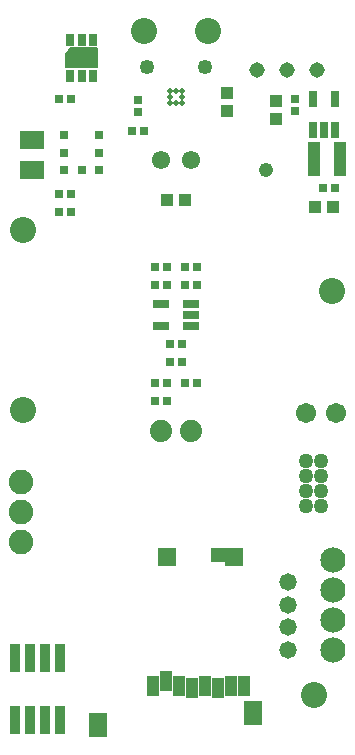
<source format=gbs>
G75*
G70*
%OFA0B0*%
%FSLAX24Y24*%
%IPPOS*%
%LPD*%
%AMOC8*
5,1,8,0,0,1.08239X$1,22.5*
%
%ADD10C,0.0867*%
%ADD11R,0.0395X0.0671*%
%ADD12R,0.0592X0.0631*%
%ADD13R,0.0631X0.0828*%
%ADD14R,0.0474X0.0454*%
%ADD15R,0.0552X0.0297*%
%ADD16R,0.0316X0.0316*%
%ADD17R,0.0277X0.0316*%
%ADD18R,0.0316X0.0277*%
%ADD19R,0.0159X0.0159*%
%ADD20R,0.0277X0.0395*%
%ADD21C,0.0050*%
%ADD22C,0.0200*%
%ADD23R,0.0828X0.0631*%
%ADD24R,0.0395X0.0434*%
%ADD25C,0.0516*%
%ADD26C,0.0611*%
%ADD27R,0.0434X0.0395*%
%ADD28C,0.0671*%
%ADD29R,0.0297X0.0552*%
%ADD30R,0.0395X0.1143*%
%ADD31C,0.0840*%
%ADD32C,0.0740*%
%ADD33C,0.0500*%
%ADD34C,0.0493*%
%ADD35C,0.0820*%
%ADD36C,0.0580*%
%ADD37R,0.0320X0.0950*%
%ADD38C,0.0476*%
D10*
X010850Y003559D03*
X001150Y013059D03*
X001150Y019059D03*
X005183Y025680D03*
X007328Y025680D03*
X011450Y017009D03*
D11*
X008523Y003857D03*
X008090Y003857D03*
X007657Y003778D03*
X007224Y003857D03*
X006791Y003778D03*
X006358Y003857D03*
X005925Y004014D03*
X005492Y003857D03*
D12*
X005960Y008132D03*
X008204Y008132D03*
D13*
X008834Y002955D03*
X003657Y002561D03*
D14*
X007657Y008221D03*
D15*
X006767Y015834D03*
X006767Y016209D03*
X006767Y016583D03*
X005744Y016583D03*
X005744Y015834D03*
D16*
X006056Y015259D03*
X006456Y015259D03*
X006456Y014659D03*
X006056Y014659D03*
X005956Y013959D03*
X005556Y013959D03*
X005556Y013359D03*
X005956Y013359D03*
X006556Y013959D03*
X006956Y013959D03*
X006956Y017209D03*
X006556Y017209D03*
X006556Y017809D03*
X006956Y017809D03*
X005956Y017809D03*
X005556Y017809D03*
X005556Y017209D03*
X005956Y017209D03*
X002750Y019659D03*
X002350Y019659D03*
X002350Y020259D03*
X002750Y020259D03*
X004800Y022359D03*
X005200Y022359D03*
X005000Y022977D03*
X005000Y023377D03*
X002750Y023409D03*
X002350Y023409D03*
X010220Y023399D03*
X010220Y022999D03*
X011150Y020449D03*
X011550Y020449D03*
D17*
X003677Y021034D03*
X003677Y021625D03*
X003677Y022215D03*
X002535Y022215D03*
X002535Y021625D03*
X002535Y021034D03*
D18*
X003106Y021034D03*
D19*
X003106Y024774D03*
D20*
X003106Y024184D03*
X003500Y024184D03*
X002712Y024184D03*
X002712Y025365D03*
X003106Y025365D03*
X003500Y025365D03*
D21*
X003628Y025099D02*
X003628Y024469D01*
X002594Y024469D01*
X002594Y024922D01*
X002771Y025099D01*
X003628Y025099D01*
X003628Y025057D02*
X002729Y025057D01*
X002681Y025009D02*
X003628Y025009D01*
X003628Y024960D02*
X002632Y024960D01*
X002594Y024912D02*
X003628Y024912D01*
X003628Y024863D02*
X002594Y024863D01*
X002594Y024815D02*
X003628Y024815D01*
X003628Y024766D02*
X002594Y024766D01*
X002594Y024718D02*
X003628Y024718D01*
X003628Y024669D02*
X002594Y024669D01*
X002594Y024621D02*
X003628Y024621D01*
X003628Y024572D02*
X002594Y024572D01*
X002594Y024524D02*
X003628Y024524D01*
X003628Y024475D02*
X002594Y024475D01*
D22*
X006059Y023687D03*
X006256Y023687D03*
X006453Y023687D03*
X006453Y023490D03*
X006453Y023293D03*
X006256Y023293D03*
X006059Y023293D03*
X006059Y023490D03*
D23*
X001450Y022059D03*
X001450Y021059D03*
D24*
X007950Y023027D03*
X007950Y023627D03*
X009590Y023339D03*
X009590Y022739D03*
D25*
X009968Y024381D03*
X010968Y024381D03*
X008968Y024381D03*
D26*
X006756Y021375D03*
X005756Y021375D03*
D27*
X005956Y020059D03*
X006556Y020059D03*
X010890Y019809D03*
X011490Y019809D03*
D28*
X011600Y012964D03*
X010600Y012964D03*
D29*
X010806Y022377D03*
X011180Y022377D03*
X011554Y022377D03*
X011554Y023400D03*
X010806Y023400D03*
D30*
X010847Y021419D03*
X011713Y021419D03*
D31*
X011500Y008059D03*
X011500Y007059D03*
X011500Y006059D03*
X011500Y005059D03*
D32*
X006756Y012332D03*
X005756Y012332D03*
D33*
X010600Y011339D03*
X011100Y011339D03*
X011100Y010839D03*
X010600Y010839D03*
X010600Y010339D03*
X011100Y010339D03*
X011100Y009839D03*
X010600Y009839D03*
D34*
X007210Y024487D03*
X005301Y024487D03*
D35*
X001080Y010659D03*
X001080Y009659D03*
X001080Y008659D03*
D36*
X010000Y007309D03*
X010000Y006559D03*
X010000Y005809D03*
X010000Y005059D03*
D37*
X000900Y002729D03*
X001400Y002729D03*
X001900Y002729D03*
X002400Y002729D03*
X002400Y004789D03*
X001900Y004789D03*
X001400Y004789D03*
X000900Y004789D03*
D38*
X009250Y021059D03*
M02*

</source>
